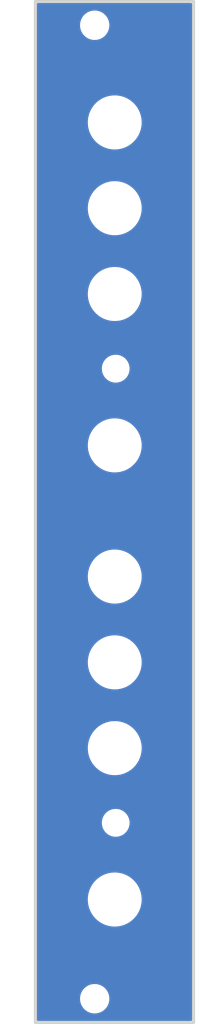
<source format=kicad_pcb>
(kicad_pcb (version 20211014) (generator pcbnew)
  (title_block (title "Eurorack Panel for Buff-Mult") (date "2022-06-06") (rev "1.0") (company "Len Popp") (comment 1 "Copyright © 2021 Len Popp CC BY") (comment 2 "4 HP") (comment 3 "Mounting holes match Delptronics panels"))
  (layers (0 "F.Cu" signal) (31 "B.Cu" signal) (34 "B.Paste" user) (35 "F.Paste" user) (36 "B.SilkS" user "B.Silkscreen") (37 "F.SilkS" user "F.Silkscreen") (38 "B.Mask" user) (39 "F.Mask" user) (44 "Edge.Cuts" user))
  (net 0 "")
  (footprint "-lmp-holes:MountingHole_Panel_3.2mm_M3" (layer "F.Cu") (at 107.5 53)
    (fp_text reference "REF**" hide)
    (fp_text value "MountingHole_Panel_3.2mm_M3")
    (pad "" np_thru_hole circle locked (at 0 0) (size 3.2 3.2) (drill 3.2) (layers *.Cu *.Mask))
  )
  (footprint "-lmp-holes:MountingHole_Panel_3.2mm_M3" (layer "F.Cu") (at 107.5 175.5)
    (fp_text reference "REF**" hide)
    (fp_text value "MountingHole_Panel_3.2mm_M3")
    (pad "" np_thru_hole circle locked (at 0 0) (size 3.2 3.2) (drill 3.2) (layers *.Cu *.Mask))
  )
  (footprint "-lmp-holes:MountingHole_Jack_3.5mm_PJ398" (layer "F.Cu") (at 110.033 122.378)
    (fp_text reference "REF**" hide)
    (fp_text value "MountingHole_Jack_3.5mm_PJ398")
    (pad "" np_thru_hole circle locked (at 0 0) (size 6.3 6.3) (drill 6.3) (layers *.Cu *.Mask))
  )
  (footprint "-lmp-holes:MountingHole_Jack_3.5mm_PJ398" (layer "F.Cu") (at 110.033 133.173)
    (fp_text reference "REF**" hide)
    (fp_text value "MountingHole_Jack_3.5mm_PJ398")
    (pad "" np_thru_hole circle locked (at 0 0) (size 6.3 6.3) (drill 6.3) (layers *.Cu *.Mask))
  )
  (footprint "-lmp-holes:MountingHole_Jack_3.5mm_PJ398" (layer "F.Cu") (at 110.033 163.018)
    (fp_text reference "REF**" hide)
    (fp_text value "MountingHole_Jack_3.5mm_PJ398")
    (pad "" np_thru_hole circle locked (at 0 0) (size 6.3 6.3) (drill 6.3) (layers *.Cu *.Mask))
  )
  (footprint "-lmp-holes:MountingHole_LED_3mm" (layer "F.Cu") (at 110.155 153.366)
    (fp_text reference "REF**" hide)
    (fp_text value "MountingHole_LED_3mm")
    (pad "" np_thru_hole circle (at 0 0) (size 3 3) (drill 3) (layers F&B.Cu *.Mask))
  )
  (footprint "-lmp-holes:MountingHole_Jack_3.5mm_PJ398" (layer "F.Cu") (at 110.033 86.818)
    (fp_text reference "REF**" hide)
    (fp_text value "MountingHole_Jack_3.5mm_PJ398")
    (pad "" np_thru_hole circle locked (at 0 0) (size 6.3 6.3) (drill 6.3) (layers *.Cu *.Mask))
  )
  (footprint "-lmp-holes:MountingHole_Jack_3.5mm_PJ398" (layer "F.Cu") (at 110.033 65.228)
    (fp_text reference "REF**" hide)
    (fp_text value "MountingHole_Jack_3.5mm_PJ398")
    (pad "" np_thru_hole circle locked (at 0 0) (size 6.3 6.3) (drill 6.3) (layers *.Cu *.Mask))
  )
  (footprint "-lmp-holes:MountingHole_Jack_3.5mm_PJ398" (layer "F.Cu") (at 110.033 143.968)
    (fp_text reference "REF**" hide)
    (fp_text value "MountingHole_Jack_3.5mm_PJ398")
    (pad "" np_thru_hole circle locked (at 0 0) (size 6.3 6.3) (drill 6.3) (layers *.Cu *.Mask))
  )
  (footprint "-lmp-holes:MountingHole_Jack_3.5mm_PJ398" (layer "F.Cu") (at 110.033 76.023)
    (fp_text reference "REF**" hide)
    (fp_text value "MountingHole_Jack_3.5mm_PJ398")
    (pad "" np_thru_hole circle locked (at 0 0) (size 6.3 6.3) (drill 6.3) (layers *.Cu *.Mask))
  )
  (footprint "-lmp-holes:MountingHole_Jack_3.5mm_PJ398" (layer "F.Cu") (at 110.033 105.868)
    (fp_text reference "REF**" hide)
    (fp_text value "MountingHole_Jack_3.5mm_PJ398")
    (pad "" np_thru_hole circle locked (at 0 0) (size 6.3 6.3) (drill 6.3) (layers *.Cu *.Mask))
  )
  (footprint "-lmp-holes:MountingHole_LED_3mm" (layer "F.Cu") (at 110.155 96.216)
    (fp_text reference "REF**" hide)
    (fp_text value "MountingHole_LED_3mm")
    (pad "" np_thru_hole circle (at 0 0) (size 3 3) (drill 3) (layers F&B.Cu *.Mask))
  )
  (gr_line (start 120 178.5) (end 100 178.5) (layer "Edge.Cuts") (width 0.3556))
  (gr_line (start 100 178.5) (end 100 50) (layer "Edge.Cuts") (width 0.3556))
  (gr_line (start 120 50) (end 120 178.5) (layer "Edge.Cuts") (width 0.3556))
  (gr_line (start 100 50) (end 120 50) (layer "Edge.Cuts") (width 0.3556))
  (zone (net 0) (net_name "") (layer "F.Cu") (connect_pads (clearance 0.2032)) (min_thickness 0.2032) (fill yes (thermal_gap 0.508) (thermal_bridge_width 0.508))
    (polygon (pts (xy 120.1 178.6) (xy 99.9 178.6) (xy 99.9 49.9) (xy 120.1 49.9)))
  )
  (zone (net 0) (net_name "") (layer "B.Cu") (connect_pads (clearance 0.2032)) (min_thickness 0.2032) (fill yes (thermal_gap 0.508) (thermal_bridge_width 0.508))
    (polygon (pts (xy 120.1 178.6) (xy 99.9 178.6) (xy 99.9 49.9) (xy 120.1 49.9)))
  )
)
</source>
